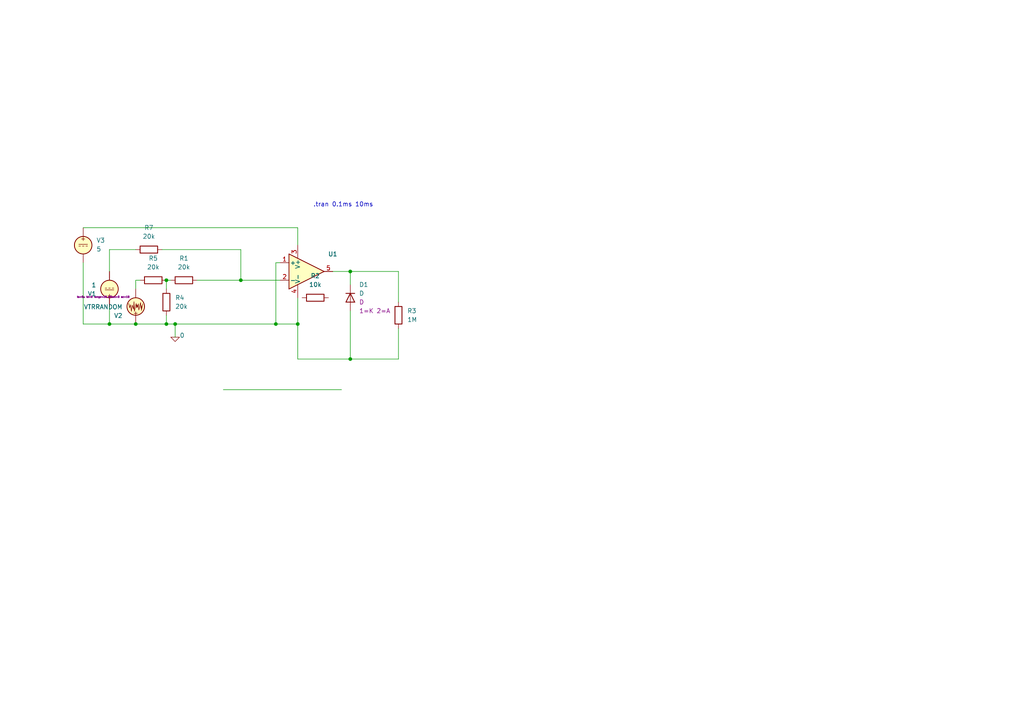
<source format=kicad_sch>
(kicad_sch (version 20231120) (generator "eeschema") (generator_version "8.0")
  (paper "A4")
  (lib_symbols
    (symbol "Device:R" (pin_numbers hide) (pin_names (offset 0))
      (property "Reference" "R" (at 2.032 0 90))
      (property "Value" "R" (at 0 0 90))
      (symbol "R_0_1"
        (rectangle (start -1.016 -2.54) (end 1.016 2.54) (stroke (width 0.254)))
      )
      (symbol "R_1_1"
        (pin passive line (at 0 3.81 270) (length 1.27) (name "~") (number "1"))
        (pin passive line (at 0 -3.81 90) (length 1.27) (name "~") (number "2"))
      )
    )
    (symbol "Simulation_SPICE:0" (power) (pin_numbers hide) (pin_names (offset 0) hide)
      (property "Value" "0" (at 0 -2.54 0))
      (symbol "0_0_1"
        (polyline (pts (xy -1.27 0) (xy 0 -1.27) (xy 1.27 0) (xy -1.27 0)))
      )
      (symbol "0_1_1"
        (pin power_in line (at 0 0 0) (length 0) (name "~") (number "1"))
      )
    )
    (symbol "Simulation_SPICE:D" (pin_numbers hide) (pin_names (offset 1.016) hide)
      (property "Reference" "D" (at 0 2.54 0))
      (property "Value" "D" (at 0 -2.54 0))
      (property "Sim.Device" "D" (at 0 0 0))
      (property "Sim.Pins" "1=K 2=A" (at 0 0 0))
      (symbol "D_0_1"
        (polyline (pts (xy -1.27 1.27) (xy -1.27 -1.27)) (stroke (width 0.254)))
        (polyline (pts (xy 1.27 0) (xy -1.27 0)))
        (polyline (pts (xy 1.27 1.27) (xy 1.27 -1.27) (xy -1.27 0) (xy 1.27 1.27)) (stroke (width 0.254)))
      )
      (symbol "D_1_1"
        (pin passive line (at -3.81 0 0) (length 2.54) (name "K") (number "1"))
        (pin passive line (at 3.81 0 180) (length 2.54) (name "A") (number "2"))
      )
    )
    (symbol "Simulation_SPICE:OPAMP" (pin_names (offset 0.254))
      (property "Reference" "U" (at 3.81 3.175 0))
      (property "Value" "${SIM.PARAMS}" (at 3.81 -3.175 0))
      (symbol "OPAMP_0_1"
        (polyline (pts (xy 5.08 0) (xy -5.08 5.08) (xy -5.08 -5.08) (xy 5.08 0)) (stroke (width 0.254)) (fill (type background)))
      )
      (symbol "OPAMP_1_1"
        (pin input line (at -7.62 2.54 0) (length 2.54) (name "+") (number "1"))
        (pin input line (at -7.62 -2.54 0) (length 2.54) (name "-") (number "2"))
        (pin power_in line (at -2.54 7.62 270) (length 3.81) (name "V+") (number "3"))
        (pin power_in line (at -2.54 -7.62 90) (length 3.81) (name "V-") (number "4"))
        (pin output line (at 7.62 0 180) (length 2.54) (name "~") (number "5"))
      )
    )
    (symbol "Simulation_SPICE:VDC" (pin_numbers hide) (pin_names (offset 0.0254))
      (property "Reference" "V" (at 2.54 2.54 0))
      (property "Value" "1" (at 2.54 0 0))
      (symbol "VDC_0_0"
        (polyline (pts (xy -1.27 0.254) (xy 1.27 0.254)))
        (polyline (pts (xy -0.762 -0.254) (xy -1.27 -0.254)))
        (polyline (pts (xy 0.254 -0.254) (xy -0.254 -0.254)))
        (polyline (pts (xy 1.27 -0.254) (xy 0.762 -0.254)))
        (text "+" (at 0 1.905 0) (effects (font (size 1.27 1.27))))
      )
      (symbol "VDC_0_1"
        (circle (center 0 0) (radius 2.54) (stroke (width 0.254)) (fill (type background)))
      )
      (symbol "VDC_1_1"
        (pin passive line (at 0 5.08 270) (length 2.54) (name "~") (number "1"))
        (pin passive line (at 0 -5.08 90) (length 2.54) (name "~") (number "2"))
      )
    )
    (symbol "Simulation_SPICE:VTRRANDOM" (pin_numbers hide) (pin_names (offset 0.0254))
      (property "Reference" "V" (at 2.54 2.54 0))
      (property "Value" "VTRRANDOM" (at 2.54 0 0))
      (property "Sim.Params" "ts=1u td=0 range=1 offset=0" (at 2.54 -2.54 0))
      (symbol "VTRRANDOM_0_0"
        (text "+" (at 0 1.905 0) (effects (font (size 1.27 1.27))))
      )
      (symbol "VTRRANDOM_0_1"
        (polyline (pts (xy -2.032 -0.762) (xy -1.651 1.143) (xy -1.651 -0.254) (xy -1.524 0.508) (xy -1.397 -1.143) (xy -0.889 1.016) (xy -0.762 -0.762) (xy -0.508 0.254) (xy -0.381 -0.508) (xy -0.254 0.381) (xy -0.127 -0.889) (xy 0.381 1.397) (xy 0.508 -1.397) (xy 0.635 0.762) (xy 1.016 -0.381) (xy 1.27 1.397) (xy 1.524 -0.508) (xy 1.778 0.381) (xy 2.032 -0.889)))
        (circle (center 0 0) (radius 2.54) (stroke (width 0.254)) (fill (type background)))
      )
      (symbol "VTRRANDOM_1_1"
        (pin passive line (at 0 5.08 270) (length 2.54) (name "~") (number "1"))
        (pin passive line (at 0 -5.08 90) (length 2.54) (name "~") (number "2"))
      )
    )
  )
  (junction (at 101.6 104.14))
  (junction (at 50.8 93.98))
  (junction (at 48.26 93.98))
  (junction (at 69.85 81.28))
  (junction (at 86.36 93.98))
  (junction (at 31.75 93.98))
  (junction (at 48.26 81.28))
  (junction (at 101.6 78.74))
  (junction (at 39.37 93.98))
  (junction (at 80.01 93.98))
  (wire (pts (xy 86.36 66.04) (xy 86.36 71.12)))
  (wire (pts (xy 80.01 76.2) (xy 81.28 76.2)))
  (wire (pts (xy 31.75 88.9) (xy 31.75 93.98)))
  (wire (pts (xy 24.13 93.98) (xy 31.75 93.98)))
  (wire (pts (xy 31.75 72.39) (xy 39.37 72.39)))
  (wire (pts (xy 57.15 81.28) (xy 69.85 81.28)))
  (wire (pts (xy 50.8 93.98) (xy 80.01 93.98)))
  (wire (pts (xy 69.85 72.39) (xy 69.85 81.28)))
  (wire (pts (xy 80.01 93.98) (xy 86.36 93.98)))
  (wire (pts (xy 101.6 78.74) (xy 101.6 82.55)))
  (wire (pts (xy 86.36 104.14) (xy 86.36 93.98)))
  (wire (pts (xy 48.26 81.28) (xy 49.53 81.28)))
  (wire (pts (xy 69.85 81.28) (xy 81.28 81.28)))
  (wire (pts (xy 48.26 83.82) (xy 48.26 81.28)))
  (wire (pts (xy 96.52 78.74) (xy 101.6 78.74)))
  (wire (pts (xy 115.57 87.63) (xy 115.57 78.74)))
  (wire (pts (xy 46.99 72.39) (xy 69.85 72.39)))
  (wire (pts (xy 80.01 76.2) (xy 80.01 93.98)))
  (wire (pts (xy 39.37 93.98) (xy 48.26 93.98)))
  (wire (pts (xy 50.8 93.98) (xy 50.8 97.79)))
  (wire (pts (xy 24.13 66.04) (xy 86.36 66.04)))
  (wire (pts (xy 101.6 78.74) (xy 115.57 78.74)))
  (wire (pts (xy 31.75 78.74) (xy 31.75 72.39)))
  (wire (pts (xy 39.37 81.28) (xy 40.64 81.28)))
  (wire (pts (xy 101.6 90.17) (xy 101.6 104.14)))
  (wire (pts (xy 86.36 86.36) (xy 86.36 93.98)))
  (wire (pts (xy 48.26 93.98) (xy 50.8 93.98)))
  (wire (pts (xy 31.75 93.98) (xy 39.37 93.98)))
  (wire (pts (xy 24.13 76.2) (xy 24.13 93.98)))
  (wire (pts (xy 115.57 95.25) (xy 115.57 104.14)))
  (wire (pts (xy 64.77 113.03) (xy 99.06 113.03)))
  (wire (pts (xy 86.36 104.14) (xy 101.6 104.14)))
  (wire (pts (xy 101.6 104.14) (xy 115.57 104.14)))
  (wire (pts (xy 39.37 83.82) (xy 39.37 81.28)))
  (wire (pts (xy 48.26 91.44) (xy 48.26 93.98)))
  (text ".tran 0.1ms 10ms" (at 99.568 59.436 0) (effects (font (size 1.27 1.27))))
  (symbol (lib_id "Simulation_SPICE:OPAMP") (at 88.9 78.74 0) (unit 1)
    (property "Reference" "U1" (at 96.52 73.6914 0))
    (property "Value" "${SIM.PARAMS}" (at 96.52 75.5965 0))
    (property "Datasheet" "https://ngspice.sourceforge.io/docs/ngspice-html-manual/manual.xhtml#sec__SUBCKT_Subcircuits" (effects (hide yes)))
    (property "Description" "Operational amplifier, single, node sequence=1:+ 2:- 3:OUT 4:V+ 5:V-" (effects (hide yes)))
    (property "Sim.Pins" "1=in+ 2=in- 3=vcc 4=vee 5=out" (effects (hide yes)))
    (property "Sim.Device" "SUBCKT" (effects (hide yes)))
    (property "Sim.Library" "${KICAD7_SYMBOL_DIR}/Simulation_SPICE.sp" (effects (hide yes)))
    (property "Sim.Name" "kicad_builtin_opamp" (effects (hide yes)))
  )
  (symbol (lib_id "Simulation_SPICE:D") (at 101.6 86.36 270) (unit 1)
    (property "Reference" "D1" (at 104.14 82.5499 90) (effects (justify left)))
    (property "Value" "D" (at 104.14 85.0899 90) (effects (justify left)))
    (property "Datasheet" "https://ngspice.sourceforge.io/docs/ngspice-html-manual/manual.xhtml#cha_DIODEs" (effects (hide yes)))
    (property "Description" "Diode for simulation or PCB" (effects (hide yes)))
    (property "Sim.Device" "D" (at 104.14 87.6299 90) (effects (justify left)))
    (property "Sim.Pins" "1=K 2=A" (at 104.14 90.1699 90) (effects (justify left)))
    (property "Sim.Params" "bv=2.4" (effects (hide yes)))
  )
  (symbol (lib_id "Simulation_SPICE:VDC") (at 24.13 71.12 0) (unit 1)
    (property "Reference" "V3" (at 27.94 69.7201 0) (effects (justify left)))
    (property "Value" "5" (at 27.94 72.2601 0) (effects (justify left)))
    (property "Datasheet" "https://ngspice.sourceforge.io/docs/ngspice-html-manual/manual.xhtml#sec_Independent_Sources_for" (effects (hide yes)))
    (property "Description" "Voltage source, DC" (effects (hide yes)))
    (property "Sim.Pins" "1=+ 2=-" (effects (hide yes)))
    (property "Sim.Type" "DC" (effects (hide yes)))
    (property "Sim.Device" "V" (effects (hide yes)))
  )
  (symbol (lib_id "Device:R") (at 48.26 87.63 0) (unit 1)
    (property "Reference" "R4" (at 50.8 86.3599 0) (effects (justify left)))
    (property "Value" "20k" (at 50.8 88.8999 0) (effects (justify left)))
    (property "Description" "Resistor" (effects (hide yes)))
  )
  (symbol (lib_id "Device:R") (at 53.34 81.28 270) (unit 1)
    (property "Reference" "R1" (at 53.34 74.93 90))
    (property "Value" "20k" (at 53.34 77.47 90))
    (property "Description" "Resistor" (effects (hide yes)))
  )
  (symbol (lib_id "Device:R") (at 115.57 91.44 180) (unit 1)
    (property "Reference" "R3" (at 118.11 90.1699 0) (effects (justify right)))
    (property "Value" "1M" (at 118.11 92.7099 0) (effects (justify right)))
    (property "Description" "Resistor" (effects (hide yes)))
  )
  (symbol (lib_id "Simulation_SPICE:VDC") (at 31.75 83.82 180) (unit 1)
    (property "Reference" "V1" (at 27.94 85.2199 0) (effects (justify left)))
    (property "Value" "1" (at 27.94 82.6799 0) (effects (justify left)))
    (property "Datasheet" "https://ngspice.sourceforge.io/docs/ngspice-html-manual/manual.xhtml#sec_Independent_Sources_for" (effects (hide yes)))
    (property "Description" "Voltage source, DC" (effects (hide yes)))
    (property "Sim.Pins" "1=+ 2=-" (effects (hide yes)))
    (property "Sim.Type" "DC" (effects (hide yes)))
    (property "Sim.Device" "V" (effects (hide yes)))
  )
  (symbol (lib_id "Device:R") (at 91.44 86.36 90) (unit 1)
    (property "Reference" "R2" (at 91.44 80.01 90))
    (property "Value" "10k" (at 91.44 82.55 90))
    (property "Description" "Resistor" (effects (hide yes)))
  )
  (symbol (lib_id "Simulation_SPICE:0") (at 50.8 97.79 0) (unit 1)
    (property "Reference" "#GND01" (effects (hide yes)))
    (property "Value" "0" (at 52.832 97.282 0))
    (property "Datasheet" "https://ngspice.sourceforge.io/docs/ngspice-html-manual/manual.xhtml#subsec_Circuit_elements__device" (effects (hide yes)))
    (property "Description" "0V reference potential for simulation" (effects (hide yes)))
  )
  (symbol (lib_id "Device:R") (at 43.18 72.39 270) (unit 1)
    (property "Reference" "R7" (at 43.18 66.04 90))
    (property "Value" "20k" (at 43.18 68.58 90))
    (property "Description" "Resistor" (effects (hide yes)))
  )
  (symbol (lib_id "Device:R") (at 44.45 81.28 90) (unit 1)
    (property "Reference" "R5" (at 44.45 74.93 90))
    (property "Value" "20k" (at 44.45 77.47 90))
    (property "Description" "Resistor" (effects (hide yes)))
  )
  (symbol (lib_id "Simulation_SPICE:VTRRANDOM") (at 39.37 88.9 180) (unit 1)
    (property "Reference" "V2" (at 35.56 91.5699 0) (effects (justify left)))
    (property "Value" "VTRRANDOM" (at 35.56 89.0299 0) (effects (justify left)))
    (property "Datasheet" "https://ngspice.sourceforge.io/docs/ngspice-html-manual/manual.xhtml#subsec_Random_voltage_source" (effects (hide yes)))
    (property "Description" "Voltage source, random noise" (effects (hide yes)))
    (property "Sim.Pins" "1=+ 2=-" (effects (hide yes)))
    (property "Sim.Params" "ts=5u td=0 range=20 offset=0 ac=10" (at 37.592 86.106 0) (effects (font (size 0.508 0.508)) (justify left)))
    (property "Sim.Type" "RANDUNIFORM" (effects (hide yes)))
    (property "Sim.Device" "V" (effects (hide yes)))
  )
)
</source>
